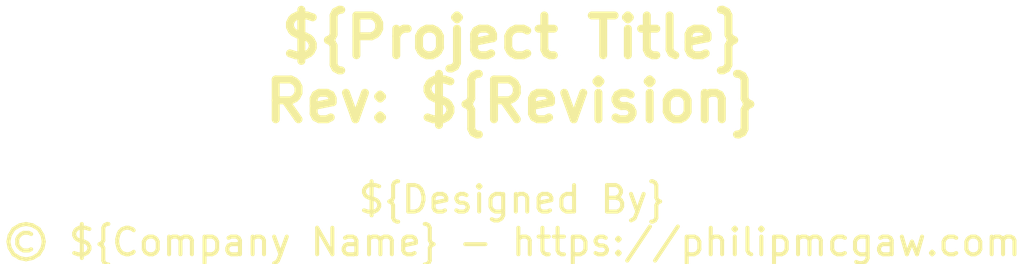
<source format=kicad_pcb>
(kicad_pcb
	(version 20241229)
	(generator "pcbnew")
	(generator_version "9.0")
	(general
		(thickness 1.6)
		(legacy_teardrops no)
	)
	(paper "A4")
	(title_block
		(title "${Project Title}")
		(date "2025-07-26")
		(rev "${Revision}")
		(company "${Company Name}")
		(comment 1 "${Designed By}")
	)
	(layers
		(0 "F.Cu" signal)
		(2 "B.Cu" signal)
		(9 "F.Adhes" user "F.Adhesive")
		(11 "B.Adhes" user "B.Adhesive")
		(13 "F.Paste" user)
		(15 "B.Paste" user)
		(5 "F.SilkS" user "F.Silkscreen")
		(7 "B.SilkS" user "B.Silkscreen")
		(1 "F.Mask" user)
		(3 "B.Mask" user)
		(17 "Dwgs.User" user "User.Drawings")
		(19 "Cmts.User" user "User.Comments")
		(21 "Eco1.User" user "User.Eco1")
		(23 "Eco2.User" user "User.Eco2")
		(25 "Edge.Cuts" user)
		(27 "Margin" user)
		(31 "F.CrtYd" user "F.Courtyard")
		(29 "B.CrtYd" user "B.Courtyard")
		(35 "F.Fab" user)
		(33 "B.Fab" user)
		(39 "User.1" user)
		(41 "User.2" user)
		(43 "User.3" user)
		(45 "User.4" user)
		(47 "User.5" user)
		(49 "User.6" user)
		(51 "User.7" user)
		(53 "User.8" user)
		(55 "User.9" user)
	)
	(setup
		(pad_to_mask_clearance 0)
		(allow_soldermask_bridges_in_footprints no)
		(tenting front back)
		(pcbplotparams
			(layerselection 0x00000000_00000000_55555555_5755f5ff)
			(plot_on_all_layers_selection 0x00000000_00000000_00000000_00000000)
			(disableapertmacros no)
			(usegerberextensions no)
			(usegerberattributes yes)
			(usegerberadvancedattributes yes)
			(creategerberjobfile yes)
			(dashed_line_dash_ratio 12.000000)
			(dashed_line_gap_ratio 3.000000)
			(svgprecision 4)
			(plotframeref no)
			(mode 1)
			(useauxorigin no)
			(hpglpennumber 1)
			(hpglpenspeed 20)
			(hpglpendiameter 15.000000)
			(pdf_front_fp_property_popups yes)
			(pdf_back_fp_property_popups yes)
			(pdf_metadata yes)
			(pdf_single_document no)
			(dxfpolygonmode yes)
			(dxfimperialunits yes)
			(dxfusepcbnewfont yes)
			(psnegative no)
			(psa4output no)
			(plot_black_and_white yes)
			(sketchpadsonfab no)
			(plotpadnumbers no)
			(hidednponfab no)
			(sketchdnponfab yes)
			(crossoutdnponfab yes)
			(subtractmaskfromsilk no)
			(outputformat 1)
			(mirror no)
			(drillshape 1)
			(scaleselection 1)
			(outputdirectory "")
		)
	)
	(property "Company Name" "Philip McGaw.")
	(property "Designed By" "Designed by Philip McGaw - philip@mcgaw.eu")
	(property "Project Title" "Project Title")
	(property "Revision" "0.1")
	(property "Website" "https://philipmcgaw.com")
	(net 0 "")
	(gr_text "${COMMENT1}\n© ${COMPANY} - ${Website}"
		(at 117.475 145.415 0)
		(layer "F.SilkS")
		(uuid "ea226411-c651-4d36-afbc-eeac28fb35bd")
		(effects
			(font
				(size 1 1)
				(thickness 0.15)
			)
		)
	)
	(gr_text "${TITLE}\nRev: ${REVISION}"
		(at 117.475 139.7 0)
		(layer "F.SilkS")
		(uuid "ebb49c6d-e30f-48e7-9833-cf6d5b63f88d")
		(effects
			(font
				(size 1.5 1.5)
				(thickness 0.3)
				(bold yes)
			)
		)
	)
	(embedded_fonts no)
	(embedded_files
		(file
			(name "PhilipMcGaw.kicad_wks")
			(type worksheet)
			(data |KLUv/WBYCS0VAJbdYClQrw4ws4yqqqpUgz5kaTCM6MG0+xcD4/DYBVPrTEsRK6VpeDbBTHqmBlYA
				UQBXABsdO+jOYLK2/MwYLXLCfXmzgG1VPbPLDPozmwXr1n+U0x36TQAAAh3P/rRWGxVSGt25/NDs
				UK7RLeo/H0MABAqatda69fqJ5lT/hwAIpBtQWIpk3hACt1qrAgT2iV6s4+sp2tmhBxGWspTv0O9x
				V1wtfL3iP7MDYTmYT0UhTZ75+ha/8/pPjZLb9Or1Xr9enn9ZXq31rcWdUpv8CcJS/hzx3ORrDroD
				Ek4yyl9poqNfN/Mq3eTzE03DbHX5Vi0GiXjfpKuECi7hNUgDXOEKe7UWbxXmmYZLHcgpwo7yfR5p
				4IjfokJfWl8i/ft80kWXvFOPBl+3Fie62Ks13nEMgQJ2q922LbswzNouvte6LAjpHvVa1Zv54k+e
				T2aH/39u8JIFwkkekYTplF2w6xjf/s98mqZZ1WUfHKRzeIu8uFlVbbWdA/RAc2fw2mwTHEqC0tMm
				XYCJoMFYiIqGFBQkKRSGNaBEpOSqDkIcRHByIZ491H1HuhyvTPPHt03rLDi05xA8CXOGQZFchllL
				IXdMZDIhOgZe6jRdj75oOYPslGq7LH2l/cUHj7WXMQ2+S8mZJsAIy1wf3BRqtQEHnzTKtETPDzEU
				RhzYaE/NGotHk2IJ4+qqekFJYehSOnHKDrOf9ShfIVhOhxyARBHdtYGLmfK03G7rQQcjTnKSzkj9
				VTmMUQfoBW92t93g3Wu5uFZhgvN2yneX+J1aMctyycfPt7Bvy3U7RLKa2pDS0bUNZO1mz7trwB5X
				ANes3jOvVo811/P0jQUi2n2KCYIxAXMC3JPWoYuOQdcClhOv4cgZotzGdortSlN7QClivNObBrEZ
				H7QK|
			)
			(checksum "D993650128FA4B8F1071A8DCEC6A3953")
		)
	)
)

</source>
